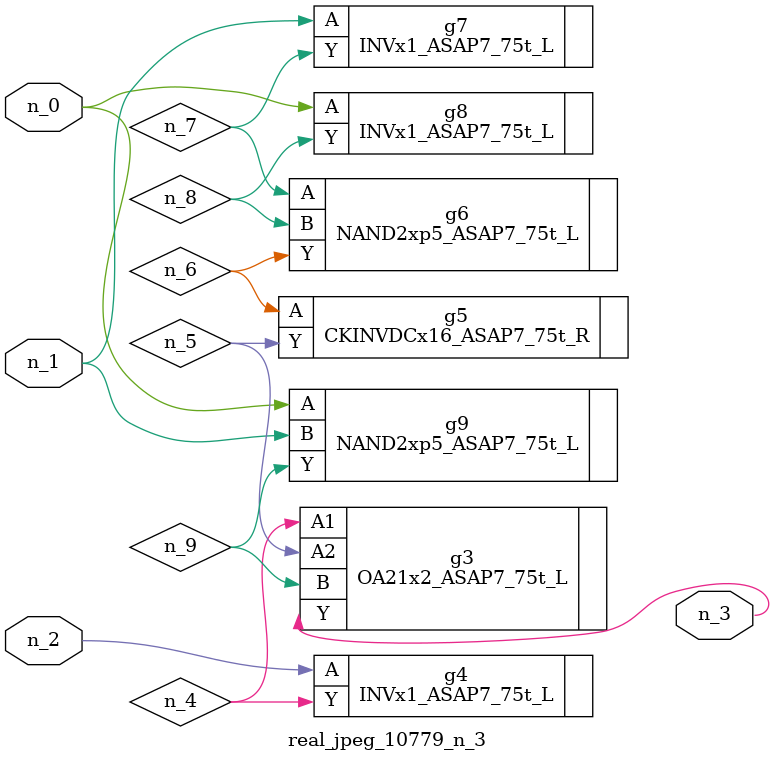
<source format=v>
module real_jpeg_10779_n_3 (n_1, n_0, n_2, n_3);

input n_1;
input n_0;
input n_2;

output n_3;

wire n_5;
wire n_4;
wire n_8;
wire n_6;
wire n_7;
wire n_9;

INVx1_ASAP7_75t_L g8 ( 
.A(n_0),
.Y(n_8)
);

NAND2xp5_ASAP7_75t_L g9 ( 
.A(n_0),
.B(n_1),
.Y(n_9)
);

INVx1_ASAP7_75t_L g7 ( 
.A(n_1),
.Y(n_7)
);

INVx1_ASAP7_75t_L g4 ( 
.A(n_2),
.Y(n_4)
);

OA21x2_ASAP7_75t_L g3 ( 
.A1(n_4),
.A2(n_5),
.B(n_9),
.Y(n_3)
);

CKINVDCx16_ASAP7_75t_R g5 ( 
.A(n_6),
.Y(n_5)
);

NAND2xp5_ASAP7_75t_L g6 ( 
.A(n_7),
.B(n_8),
.Y(n_6)
);


endmodule
</source>
